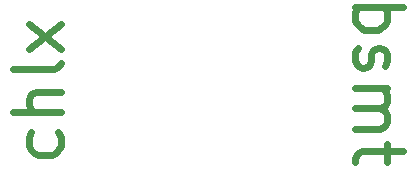
<source format=gbr>
%TF.GenerationSoftware,KiCad,Pcbnew,(6.0.2-0)*%
%TF.CreationDate,2024-03-25T07:46:48-04:00*%
%TF.ProjectId,platemount,706c6174-656d-46f7-956e-742e6b696361,rev?*%
%TF.SameCoordinates,Original*%
%TF.FileFunction,Legend,Top*%
%TF.FilePolarity,Positive*%
%FSLAX46Y46*%
G04 Gerber Fmt 4.6, Leading zero omitted, Abs format (unit mm)*
G04 Created by KiCad (PCBNEW (6.0.2-0)) date 2024-03-25 07:46:48*
%MOMM*%
%LPD*%
G01*
G04 APERTURE LIST*
%ADD10C,0.600000*%
G04 APERTURE END LIST*
D10*
X207740476Y-159608035D02*
X211740476Y-159608035D01*
X210216666Y-159608035D02*
X210407142Y-159988988D01*
X210407142Y-160750892D01*
X210216666Y-161131845D01*
X210026190Y-161322321D01*
X209645238Y-161512797D01*
X208502380Y-161512797D01*
X208121428Y-161322321D01*
X207930952Y-161131845D01*
X207740476Y-160750892D01*
X207740476Y-159988988D01*
X207930952Y-159608035D01*
X207930952Y-163036607D02*
X207740476Y-163417559D01*
X207740476Y-164179464D01*
X207930952Y-164560416D01*
X208311904Y-164750892D01*
X208502380Y-164750892D01*
X208883333Y-164560416D01*
X209073809Y-164179464D01*
X209073809Y-163608035D01*
X209264285Y-163227083D01*
X209645238Y-163036607D01*
X209835714Y-163036607D01*
X210216666Y-163227083D01*
X210407142Y-163608035D01*
X210407142Y-164179464D01*
X210216666Y-164560416D01*
X207740476Y-166465178D02*
X210407142Y-166465178D01*
X210026190Y-166465178D02*
X210216666Y-166655654D01*
X210407142Y-167036607D01*
X210407142Y-167608035D01*
X210216666Y-167988988D01*
X209835714Y-168179464D01*
X207740476Y-168179464D01*
X209835714Y-168179464D02*
X210216666Y-168369940D01*
X210407142Y-168750892D01*
X210407142Y-169322321D01*
X210216666Y-169703273D01*
X209835714Y-169893750D01*
X207740476Y-169893750D01*
X210407142Y-171227083D02*
X210407142Y-172750892D01*
X211740476Y-171798511D02*
X208311904Y-171798511D01*
X207930952Y-171988988D01*
X207740476Y-172369940D01*
X207740476Y-172750892D01*
X182594047Y-170211309D02*
X182784523Y-170592261D01*
X182784523Y-171354166D01*
X182594047Y-171735119D01*
X182403571Y-171925595D01*
X182022619Y-172116071D01*
X180879761Y-172116071D01*
X180498809Y-171925595D01*
X180308333Y-171735119D01*
X180117857Y-171354166D01*
X180117857Y-170592261D01*
X180308333Y-170211309D01*
X182784523Y-168497023D02*
X178784523Y-168497023D01*
X182784523Y-166782738D02*
X180689285Y-166782738D01*
X180308333Y-166973214D01*
X180117857Y-167354166D01*
X180117857Y-167925595D01*
X180308333Y-168306547D01*
X180498809Y-168497023D01*
X182784523Y-164306547D02*
X182594047Y-164687500D01*
X182213095Y-164877976D01*
X178784523Y-164877976D01*
X182784523Y-163163690D02*
X180117857Y-161068452D01*
X180117857Y-163163690D02*
X182784523Y-161068452D01*
M02*

</source>
